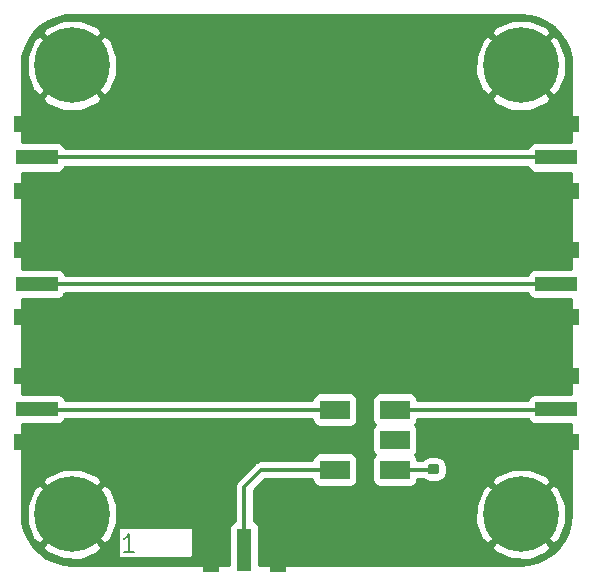
<source format=gtl>
G04 #@! TF.GenerationSoftware,KiCad,Pcbnew,(5.0.2)-1*
G04 #@! TF.CreationDate,2019-01-19T10:46:15+11:00*
G04 #@! TF.ProjectId,ADC-15-4_Dev_Rev_1,4144432d-3135-42d3-945f-4465765f5265,1*
G04 #@! TF.SameCoordinates,Original*
G04 #@! TF.FileFunction,Copper,L1,Top*
G04 #@! TF.FilePolarity,Positive*
%FSLAX46Y46*%
G04 Gerber Fmt 4.6, Leading zero omitted, Abs format (unit mm)*
G04 Created by KiCad (PCBNEW (5.0.2)-1) date 19/01/2019 10:46:15*
%MOMM*%
%LPD*%
G01*
G04 APERTURE LIST*
%ADD10C,0.200000*%
G04 #@! TA.AperFunction,SMDPad,CuDef*
%ADD11R,2.540000X1.650000*%
G04 #@! TD*
G04 #@! TA.AperFunction,SMDPad,CuDef*
%ADD12R,4.200000X1.350000*%
G04 #@! TD*
G04 #@! TA.AperFunction,SMDPad,CuDef*
%ADD13R,3.600000X1.270000*%
G04 #@! TD*
G04 #@! TA.AperFunction,SMDPad,CuDef*
%ADD14R,1.350000X4.200000*%
G04 #@! TD*
G04 #@! TA.AperFunction,SMDPad,CuDef*
%ADD15R,1.270000X3.600000*%
G04 #@! TD*
G04 #@! TA.AperFunction,Conductor*
%ADD16C,0.100000*%
G04 #@! TD*
G04 #@! TA.AperFunction,SMDPad,CuDef*
%ADD17C,0.875000*%
G04 #@! TD*
G04 #@! TA.AperFunction,ComponentPad*
%ADD18C,0.800000*%
G04 #@! TD*
G04 #@! TA.AperFunction,ComponentPad*
%ADD19C,6.400000*%
G04 #@! TD*
G04 #@! TA.AperFunction,ViaPad*
%ADD20C,0.600000*%
G04 #@! TD*
G04 #@! TA.AperFunction,Conductor*
%ADD21C,0.850000*%
G04 #@! TD*
G04 #@! TA.AperFunction,Conductor*
%ADD22C,0.310000*%
G04 #@! TD*
G04 #@! TA.AperFunction,Conductor*
%ADD23C,0.930000*%
G04 #@! TD*
G04 #@! TA.AperFunction,Conductor*
%ADD24C,0.254000*%
G04 #@! TD*
G04 APERTURE END LIST*
G04 #@! TO.C,REF\002A\002A*
D10*
X207228571Y-101178571D02*
X206371428Y-101178571D01*
X206800000Y-101178571D02*
X206800000Y-99678571D01*
X206657142Y-99892857D01*
X206514285Y-100035714D01*
X206371428Y-100107142D01*
G04 #@! TD*
D11*
G04 #@! TO.P,FL1,6*
G04 #@! TO.N,Net-(FL1-Pad6)*
X229342778Y-89151010D03*
G04 #@! TO.P,FL1,1*
G04 #@! TO.N,Net-(FL1-Pad1)*
X224262778Y-89151010D03*
G04 #@! TO.P,FL1,5*
G04 #@! TO.N,Net-(FL1-Pad5)*
X229342778Y-91691010D03*
G04 #@! TO.P,FL1,2*
G04 #@! TO.N,GND*
X224262778Y-91691010D03*
G04 #@! TO.P,FL1,4*
G04 #@! TO.N,Net-(FL1-Pad4)*
X229342778Y-94231010D03*
G04 #@! TO.P,FL1,3*
G04 #@! TO.N,Net-(FL1-Pad3)*
X224262778Y-94231010D03*
G04 #@! TD*
D12*
G04 #@! TO.P,J1,2*
G04 #@! TO.N,GND*
X199200000Y-86275000D03*
X199200000Y-91925000D03*
D13*
G04 #@! TO.P,J1,1*
G04 #@! TO.N,Net-(FL1-Pad1)*
X199000000Y-89100000D03*
G04 #@! TD*
D12*
G04 #@! TO.P,J2,2*
G04 #@! TO.N,GND*
X199200000Y-64975000D03*
X199200000Y-70625000D03*
D13*
G04 #@! TO.P,J2,1*
G04 #@! TO.N,Net-(J2-Pad1)*
X199000000Y-67800000D03*
G04 #@! TD*
D14*
G04 #@! TO.P,J3,2*
G04 #@! TO.N,GND*
X213775000Y-100800000D03*
X219425000Y-100800000D03*
D15*
G04 #@! TO.P,J3,1*
G04 #@! TO.N,Net-(FL1-Pad3)*
X216600000Y-101000000D03*
G04 #@! TD*
D12*
G04 #@! TO.P,J4,2*
G04 #@! TO.N,GND*
X242800000Y-70625000D03*
X242800000Y-64975000D03*
D13*
G04 #@! TO.P,J4,1*
G04 #@! TO.N,Net-(J2-Pad1)*
X243000000Y-67800000D03*
G04 #@! TD*
D12*
G04 #@! TO.P,J5,2*
G04 #@! TO.N,GND*
X242800000Y-91925000D03*
X242800000Y-86275000D03*
D13*
G04 #@! TO.P,J5,1*
G04 #@! TO.N,Net-(FL1-Pad6)*
X243000000Y-89100000D03*
G04 #@! TD*
D16*
G04 #@! TO.N,GND*
G04 #@! TO.C,R1*
G36*
X232877691Y-92176053D02*
X232898926Y-92179203D01*
X232919750Y-92184419D01*
X232939962Y-92191651D01*
X232959368Y-92200830D01*
X232977781Y-92211866D01*
X232995024Y-92224654D01*
X233010930Y-92239070D01*
X233025346Y-92254976D01*
X233038134Y-92272219D01*
X233049170Y-92290632D01*
X233058349Y-92310038D01*
X233065581Y-92330250D01*
X233070797Y-92351074D01*
X233073947Y-92372309D01*
X233075000Y-92393750D01*
X233075000Y-92831250D01*
X233073947Y-92852691D01*
X233070797Y-92873926D01*
X233065581Y-92894750D01*
X233058349Y-92914962D01*
X233049170Y-92934368D01*
X233038134Y-92952781D01*
X233025346Y-92970024D01*
X233010930Y-92985930D01*
X232995024Y-93000346D01*
X232977781Y-93013134D01*
X232959368Y-93024170D01*
X232939962Y-93033349D01*
X232919750Y-93040581D01*
X232898926Y-93045797D01*
X232877691Y-93048947D01*
X232856250Y-93050000D01*
X232343750Y-93050000D01*
X232322309Y-93048947D01*
X232301074Y-93045797D01*
X232280250Y-93040581D01*
X232260038Y-93033349D01*
X232240632Y-93024170D01*
X232222219Y-93013134D01*
X232204976Y-93000346D01*
X232189070Y-92985930D01*
X232174654Y-92970024D01*
X232161866Y-92952781D01*
X232150830Y-92934368D01*
X232141651Y-92914962D01*
X232134419Y-92894750D01*
X232129203Y-92873926D01*
X232126053Y-92852691D01*
X232125000Y-92831250D01*
X232125000Y-92393750D01*
X232126053Y-92372309D01*
X232129203Y-92351074D01*
X232134419Y-92330250D01*
X232141651Y-92310038D01*
X232150830Y-92290632D01*
X232161866Y-92272219D01*
X232174654Y-92254976D01*
X232189070Y-92239070D01*
X232204976Y-92224654D01*
X232222219Y-92211866D01*
X232240632Y-92200830D01*
X232260038Y-92191651D01*
X232280250Y-92184419D01*
X232301074Y-92179203D01*
X232322309Y-92176053D01*
X232343750Y-92175000D01*
X232856250Y-92175000D01*
X232877691Y-92176053D01*
X232877691Y-92176053D01*
G37*
D17*
G04 #@! TD*
G04 #@! TO.P,R1,2*
G04 #@! TO.N,GND*
X232600000Y-92612500D03*
D16*
G04 #@! TO.N,Net-(FL1-Pad4)*
G04 #@! TO.C,R1*
G36*
X232877691Y-93751053D02*
X232898926Y-93754203D01*
X232919750Y-93759419D01*
X232939962Y-93766651D01*
X232959368Y-93775830D01*
X232977781Y-93786866D01*
X232995024Y-93799654D01*
X233010930Y-93814070D01*
X233025346Y-93829976D01*
X233038134Y-93847219D01*
X233049170Y-93865632D01*
X233058349Y-93885038D01*
X233065581Y-93905250D01*
X233070797Y-93926074D01*
X233073947Y-93947309D01*
X233075000Y-93968750D01*
X233075000Y-94406250D01*
X233073947Y-94427691D01*
X233070797Y-94448926D01*
X233065581Y-94469750D01*
X233058349Y-94489962D01*
X233049170Y-94509368D01*
X233038134Y-94527781D01*
X233025346Y-94545024D01*
X233010930Y-94560930D01*
X232995024Y-94575346D01*
X232977781Y-94588134D01*
X232959368Y-94599170D01*
X232939962Y-94608349D01*
X232919750Y-94615581D01*
X232898926Y-94620797D01*
X232877691Y-94623947D01*
X232856250Y-94625000D01*
X232343750Y-94625000D01*
X232322309Y-94623947D01*
X232301074Y-94620797D01*
X232280250Y-94615581D01*
X232260038Y-94608349D01*
X232240632Y-94599170D01*
X232222219Y-94588134D01*
X232204976Y-94575346D01*
X232189070Y-94560930D01*
X232174654Y-94545024D01*
X232161866Y-94527781D01*
X232150830Y-94509368D01*
X232141651Y-94489962D01*
X232134419Y-94469750D01*
X232129203Y-94448926D01*
X232126053Y-94427691D01*
X232125000Y-94406250D01*
X232125000Y-93968750D01*
X232126053Y-93947309D01*
X232129203Y-93926074D01*
X232134419Y-93905250D01*
X232141651Y-93885038D01*
X232150830Y-93865632D01*
X232161866Y-93847219D01*
X232174654Y-93829976D01*
X232189070Y-93814070D01*
X232204976Y-93799654D01*
X232222219Y-93786866D01*
X232240632Y-93775830D01*
X232260038Y-93766651D01*
X232280250Y-93759419D01*
X232301074Y-93754203D01*
X232322309Y-93751053D01*
X232343750Y-93750000D01*
X232856250Y-93750000D01*
X232877691Y-93751053D01*
X232877691Y-93751053D01*
G37*
D17*
G04 #@! TD*
G04 #@! TO.P,R1,1*
G04 #@! TO.N,Net-(FL1-Pad4)*
X232600000Y-94187500D03*
D18*
G04 #@! TO.P,H1,1*
G04 #@! TO.N,GND*
X203697056Y-96302944D03*
X202000000Y-95600000D03*
X200302944Y-96302944D03*
X199600000Y-98000000D03*
X200302944Y-99697056D03*
X202000000Y-100400000D03*
X203697056Y-99697056D03*
X204400000Y-98000000D03*
D19*
X202000000Y-98000000D03*
G04 #@! TD*
D18*
G04 #@! TO.P,H2,1*
G04 #@! TO.N,GND*
X241697056Y-96302944D03*
X240000000Y-95600000D03*
X238302944Y-96302944D03*
X237600000Y-98000000D03*
X238302944Y-99697056D03*
X240000000Y-100400000D03*
X241697056Y-99697056D03*
X242400000Y-98000000D03*
D19*
X240000000Y-98000000D03*
G04 #@! TD*
G04 #@! TO.P,H3,1*
G04 #@! TO.N,GND*
X240000000Y-60000000D03*
D18*
X242400000Y-60000000D03*
X241697056Y-61697056D03*
X240000000Y-62400000D03*
X238302944Y-61697056D03*
X237600000Y-60000000D03*
X238302944Y-58302944D03*
X240000000Y-57600000D03*
X241697056Y-58302944D03*
G04 #@! TD*
D19*
G04 #@! TO.P,H4,1*
G04 #@! TO.N,GND*
X202000000Y-60000000D03*
D18*
X204400000Y-60000000D03*
X203697056Y-61697056D03*
X202000000Y-62400000D03*
X200302944Y-61697056D03*
X199600000Y-60000000D03*
X200302944Y-58302944D03*
X202000000Y-57600000D03*
X203697056Y-58302944D03*
G04 #@! TD*
D13*
G04 #@! TO.P,J6,1*
G04 #@! TO.N,Net-(J6-Pad1)*
X199000000Y-78500000D03*
D12*
G04 #@! TO.P,J6,2*
G04 #@! TO.N,GND*
X199200000Y-81325000D03*
X199200000Y-75675000D03*
G04 #@! TD*
G04 #@! TO.P,J7,2*
G04 #@! TO.N,GND*
X242800000Y-81325000D03*
X242800000Y-75675000D03*
D13*
G04 #@! TO.P,J7,1*
G04 #@! TO.N,Net-(J6-Pad1)*
X243000000Y-78500000D03*
G04 #@! TD*
D20*
G04 #@! TO.N,GND*
X197400000Y-64600000D03*
X197400000Y-71000000D03*
X244600000Y-71000000D03*
X244600000Y-64600000D03*
X243800000Y-85900000D03*
X243100000Y-85900000D03*
X242400000Y-85900000D03*
X241700000Y-85900000D03*
X241000000Y-85900000D03*
X242400000Y-92300000D03*
X243100000Y-92300000D03*
X241700000Y-92300000D03*
X243800000Y-92300000D03*
X241000000Y-92300000D03*
X213422534Y-101793721D03*
X213422534Y-100393721D03*
X213422534Y-98993721D03*
X213422534Y-101093721D03*
X213422534Y-99693721D03*
X219845068Y-101787442D03*
X219845068Y-101087442D03*
X219845068Y-100387442D03*
X219845068Y-99687442D03*
X219845068Y-98987442D03*
X198800000Y-85900000D03*
X199500000Y-85900000D03*
X198100000Y-85900000D03*
X200200000Y-85900000D03*
X197400000Y-85900000D03*
X198100000Y-92300000D03*
X199500000Y-92300000D03*
X197400000Y-92300000D03*
X200200000Y-92300000D03*
X198800000Y-92300000D03*
X226900000Y-91600000D03*
X226900000Y-90100000D03*
X226900000Y-88600000D03*
X226900000Y-93100000D03*
X226900000Y-94600000D03*
X219700000Y-93100000D03*
X216100000Y-94700000D03*
X216600000Y-94200000D03*
X217100000Y-93700000D03*
X217600000Y-93200000D03*
X219000000Y-93100000D03*
X220400000Y-93100000D03*
X221100000Y-93100000D03*
X221800000Y-93100000D03*
X218300000Y-93100000D03*
X244600000Y-75300000D03*
X242500000Y-75300000D03*
X243200000Y-75300000D03*
X243900000Y-75300000D03*
X241800000Y-75300000D03*
X241800000Y-81700000D03*
X244600000Y-81700000D03*
X243900000Y-81700000D03*
X243200000Y-81700000D03*
X242500000Y-81700000D03*
X197400000Y-81700000D03*
X200200000Y-81700000D03*
X199500000Y-81700000D03*
X198800000Y-81700000D03*
X198100000Y-81700000D03*
X197400000Y-75300000D03*
X198800000Y-75300000D03*
X198100000Y-75300000D03*
X199500000Y-75300000D03*
X200200000Y-75300000D03*
X200900000Y-75300000D03*
X200900000Y-85900000D03*
X200900000Y-92300000D03*
X219845068Y-102500000D03*
X213422534Y-102500000D03*
X200900000Y-81700000D03*
X241100000Y-75300000D03*
X241100000Y-81700000D03*
X241100000Y-64600000D03*
X200900000Y-71000000D03*
X241100000Y-71000000D03*
X200900000Y-64600000D03*
X200200000Y-71000000D03*
X243900000Y-64600000D03*
X242500000Y-64600000D03*
X200200000Y-64600000D03*
X198100000Y-71000000D03*
X241800000Y-71000000D03*
X243900000Y-71000000D03*
X199500000Y-64600000D03*
X243200000Y-64600000D03*
X243200000Y-71000000D03*
X198100000Y-64600000D03*
X242500000Y-71000000D03*
X199500000Y-71000000D03*
X198800000Y-64600000D03*
X198800000Y-71000000D03*
X241800000Y-64600000D03*
X201600000Y-66800000D03*
X203000000Y-66800000D03*
X202300000Y-66800000D03*
X203700000Y-66800000D03*
X204400000Y-66800000D03*
X205100000Y-66800000D03*
X209300000Y-66800000D03*
X208600000Y-66800000D03*
X206500000Y-66800000D03*
X205800000Y-66800000D03*
X207900000Y-66800000D03*
X207200000Y-66800000D03*
X211400000Y-66800000D03*
X210700000Y-66800000D03*
X210000000Y-66800000D03*
X213500000Y-66800000D03*
X212800000Y-66800000D03*
X212100000Y-66800000D03*
X217000000Y-66800000D03*
X221900000Y-66800000D03*
X219100000Y-66800000D03*
X224000000Y-66800000D03*
X216300000Y-66800000D03*
X214200000Y-66800000D03*
X218400000Y-66800000D03*
X224700000Y-66800000D03*
X225400000Y-66800000D03*
X223300000Y-66800000D03*
X217700000Y-66800000D03*
X221200000Y-66800000D03*
X215600000Y-66800000D03*
X214900000Y-66800000D03*
X220500000Y-66800000D03*
X219800000Y-66800000D03*
X222600000Y-66800000D03*
X231700000Y-66800000D03*
X236600000Y-66800000D03*
X226800000Y-66800000D03*
X228900000Y-66800000D03*
X233800000Y-66800000D03*
X227500000Y-66800000D03*
X233100000Y-66800000D03*
X230300000Y-66800000D03*
X226100000Y-66800000D03*
X232400000Y-66800000D03*
X234500000Y-66800000D03*
X229600000Y-66800000D03*
X237300000Y-66800000D03*
X235900000Y-66800000D03*
X235200000Y-66800000D03*
X228200000Y-66800000D03*
X231000000Y-66800000D03*
X239400000Y-66800000D03*
X238700000Y-66800000D03*
X238000000Y-66800000D03*
X240100000Y-66800000D03*
X229600000Y-68800000D03*
X235900000Y-68800000D03*
X235200000Y-68800000D03*
X228200000Y-68800000D03*
X231000000Y-68800000D03*
X237300000Y-68800000D03*
X233100000Y-68800000D03*
X227500000Y-68800000D03*
X230300000Y-68800000D03*
X232400000Y-68800000D03*
X234500000Y-68800000D03*
X236600000Y-68800000D03*
X233800000Y-68800000D03*
X226100000Y-68800000D03*
X228900000Y-68800000D03*
X231700000Y-68800000D03*
X226800000Y-68800000D03*
X219800000Y-68800000D03*
X205100000Y-68800000D03*
X210000000Y-68800000D03*
X224700000Y-68800000D03*
X207200000Y-68800000D03*
X214900000Y-68800000D03*
X212100000Y-68800000D03*
X204400000Y-68800000D03*
X202300000Y-68800000D03*
X206500000Y-68800000D03*
X212800000Y-68800000D03*
X217000000Y-68800000D03*
X221900000Y-68800000D03*
X215600000Y-68800000D03*
X221200000Y-68800000D03*
X218400000Y-68800000D03*
X238700000Y-68800000D03*
X238000000Y-68800000D03*
X214200000Y-68800000D03*
X220500000Y-68800000D03*
X222600000Y-68800000D03*
X240100000Y-68800000D03*
X213500000Y-68800000D03*
X217700000Y-68800000D03*
X225400000Y-68800000D03*
X224000000Y-68800000D03*
X211400000Y-68800000D03*
X239400000Y-68800000D03*
X205800000Y-68800000D03*
X223300000Y-68800000D03*
X209300000Y-68800000D03*
X216300000Y-68800000D03*
X219100000Y-68800000D03*
X203700000Y-68800000D03*
X203000000Y-68800000D03*
X208600000Y-68800000D03*
X207900000Y-68800000D03*
X210700000Y-68800000D03*
X235800000Y-77400000D03*
X237200000Y-77400000D03*
X230200000Y-77400000D03*
X228100000Y-77400000D03*
X230900000Y-77400000D03*
X229500000Y-77400000D03*
X227400000Y-77400000D03*
X232300000Y-77400000D03*
X236500000Y-77400000D03*
X233700000Y-77400000D03*
X234400000Y-77400000D03*
X226000000Y-77400000D03*
X228800000Y-77400000D03*
X231600000Y-77400000D03*
X219700000Y-77400000D03*
X233000000Y-77400000D03*
X235100000Y-77400000D03*
X205000000Y-77400000D03*
X209900000Y-77400000D03*
X224600000Y-77400000D03*
X207100000Y-77400000D03*
X226700000Y-77400000D03*
X216900000Y-77400000D03*
X214800000Y-77400000D03*
X212000000Y-77400000D03*
X202200000Y-77400000D03*
X204300000Y-77400000D03*
X212700000Y-77400000D03*
X221800000Y-77400000D03*
X215500000Y-77400000D03*
X218300000Y-77400000D03*
X206400000Y-77400000D03*
X238600000Y-77400000D03*
X237900000Y-77400000D03*
X214100000Y-77400000D03*
X220400000Y-77400000D03*
X221100000Y-77400000D03*
X222500000Y-77400000D03*
X240000000Y-77400000D03*
X211300000Y-77400000D03*
X205700000Y-77400000D03*
X223200000Y-77400000D03*
X216200000Y-77400000D03*
X219000000Y-77400000D03*
X203600000Y-77400000D03*
X213400000Y-77400000D03*
X209200000Y-77400000D03*
X217600000Y-77400000D03*
X225300000Y-77400000D03*
X223900000Y-77400000D03*
X239300000Y-77400000D03*
X210600000Y-77400000D03*
X207800000Y-77400000D03*
X202900000Y-77400000D03*
X208500000Y-77400000D03*
X222500000Y-79500000D03*
X212700000Y-79500000D03*
X206400000Y-79500000D03*
X224600000Y-79500000D03*
X217600000Y-79500000D03*
X218300000Y-79500000D03*
X214800000Y-79500000D03*
X210600000Y-79500000D03*
X208500000Y-79500000D03*
X212000000Y-79500000D03*
X239300000Y-79500000D03*
X214100000Y-79500000D03*
X209900000Y-79500000D03*
X238600000Y-79500000D03*
X216900000Y-79500000D03*
X202900000Y-79500000D03*
X240000000Y-79500000D03*
X207100000Y-79500000D03*
X225300000Y-79500000D03*
X220400000Y-79500000D03*
X205700000Y-79500000D03*
X237900000Y-79500000D03*
X202200000Y-79500000D03*
X215500000Y-79500000D03*
X216200000Y-79500000D03*
X223900000Y-79500000D03*
X226700000Y-79500000D03*
X213400000Y-79500000D03*
X209200000Y-79500000D03*
X219000000Y-79500000D03*
X207800000Y-79500000D03*
X211300000Y-79500000D03*
X203600000Y-79500000D03*
X221100000Y-79500000D03*
X204300000Y-79500000D03*
X221800000Y-79500000D03*
X223200000Y-79500000D03*
X205000000Y-79500000D03*
X219700000Y-79500000D03*
X233000000Y-79500000D03*
X235100000Y-79500000D03*
X234400000Y-79500000D03*
X226000000Y-79500000D03*
X228800000Y-79500000D03*
X231600000Y-79500000D03*
X229500000Y-79500000D03*
X228100000Y-79500000D03*
X232300000Y-79500000D03*
X236500000Y-79500000D03*
X230900000Y-79500000D03*
X237200000Y-79500000D03*
X233700000Y-79500000D03*
X230200000Y-79500000D03*
X235800000Y-79500000D03*
X227400000Y-79500000D03*
X205900000Y-88100000D03*
X215000000Y-88100000D03*
X207300000Y-88100000D03*
X210800000Y-88100000D03*
X204500000Y-88100000D03*
X216400000Y-88100000D03*
X202400000Y-88100000D03*
X220600000Y-88100000D03*
X238100000Y-88100000D03*
X203100000Y-88100000D03*
X232500000Y-88100000D03*
X222000000Y-88100000D03*
X205200000Y-88100000D03*
X215700000Y-88100000D03*
X231800000Y-88100000D03*
X213600000Y-88100000D03*
X209400000Y-88100000D03*
X233200000Y-88100000D03*
X217100000Y-88100000D03*
X208000000Y-88100000D03*
X236000000Y-88100000D03*
X203800000Y-88100000D03*
X208700000Y-88100000D03*
X239500000Y-88100000D03*
X214300000Y-88100000D03*
X212900000Y-88100000D03*
X212200000Y-88100000D03*
X210100000Y-88100000D03*
X218500000Y-88100000D03*
X233900000Y-88100000D03*
X219200000Y-88100000D03*
X219900000Y-88100000D03*
X237400000Y-88100000D03*
X211500000Y-88100000D03*
X236700000Y-88100000D03*
X235300000Y-88100000D03*
X217800000Y-88100000D03*
X201700000Y-88100000D03*
X206600000Y-88100000D03*
X221300000Y-88100000D03*
X234600000Y-88100000D03*
X238800000Y-88100000D03*
X201600000Y-68800000D03*
X201500000Y-79500000D03*
X201500000Y-77400000D03*
X240200000Y-88100000D03*
X233200000Y-90200000D03*
X236000000Y-90200000D03*
X234600000Y-90200000D03*
X236700000Y-90200000D03*
X239500000Y-90200000D03*
X238800000Y-90200000D03*
X233900000Y-90200000D03*
X235300000Y-90200000D03*
X237400000Y-90200000D03*
X232500000Y-90200000D03*
X231800000Y-90200000D03*
X238100000Y-90200000D03*
X240200000Y-90200000D03*
X217200000Y-90200000D03*
X220700000Y-90200000D03*
X217900000Y-90200000D03*
X220000000Y-90200000D03*
X215100000Y-90200000D03*
X215800000Y-90200000D03*
X221400000Y-90200000D03*
X218600000Y-90200000D03*
X219300000Y-90200000D03*
X213700000Y-90200000D03*
X216500000Y-90200000D03*
X222100000Y-90200000D03*
X214400000Y-90200000D03*
X205300000Y-90200000D03*
X204600000Y-90200000D03*
X207400000Y-90200000D03*
X209500000Y-90200000D03*
X210200000Y-90200000D03*
X210900000Y-90200000D03*
X208800000Y-90200000D03*
X208100000Y-90200000D03*
X206700000Y-90200000D03*
X212300000Y-90200000D03*
X211600000Y-90200000D03*
X206000000Y-90200000D03*
X213000000Y-90200000D03*
X203900000Y-90200000D03*
X201800000Y-90200000D03*
X203200000Y-90200000D03*
X202500000Y-90200000D03*
X215600000Y-95200000D03*
X215600000Y-95900000D03*
X215600000Y-97300000D03*
X215600000Y-98000000D03*
X215600000Y-96600000D03*
X218100000Y-95700000D03*
X218600000Y-95200000D03*
X217600000Y-96900000D03*
X217600000Y-97600000D03*
X217600000Y-98300000D03*
X217600000Y-96200000D03*
X220700000Y-95200000D03*
X220000000Y-95200000D03*
X221400000Y-95200000D03*
X219300000Y-95200000D03*
X222100000Y-95200000D03*
X244500000Y-85900000D03*
X244500000Y-92300000D03*
G04 #@! TD*
D21*
G04 #@! TO.N,Net-(FL1-Pad6)*
X229393788Y-89100000D02*
X229342778Y-89151010D01*
D22*
X242948990Y-89151010D02*
X243000000Y-89100000D01*
X229342778Y-89151010D02*
X242948990Y-89151010D01*
D23*
G04 #@! TO.N,Net-(FL1-Pad1)*
X224211768Y-89100000D02*
X224262778Y-89151010D01*
D22*
X199051010Y-89151010D02*
X199000000Y-89100000D01*
X224262778Y-89151010D02*
X199051010Y-89151010D01*
D23*
G04 #@! TO.N,Net-(FL1-Pad4)*
X229373788Y-94200000D02*
X229342778Y-94231010D01*
D22*
X232556490Y-94231010D02*
X232600000Y-94187500D01*
X229342778Y-94231010D02*
X232556490Y-94231010D01*
G04 #@! TO.N,Net-(FL1-Pad3)*
X216600000Y-95662020D02*
X216600000Y-101000000D01*
X224262778Y-94231010D02*
X218031010Y-94231010D01*
X218031010Y-94231010D02*
X216600000Y-95662020D01*
G04 #@! TO.N,Net-(J2-Pad1)*
X199000000Y-67800000D02*
X243000000Y-67800000D01*
G04 #@! TO.N,Net-(J6-Pad1)*
X199000000Y-78500000D02*
X243100000Y-78500000D01*
G04 #@! TD*
D24*
G04 #@! TO.N,GND*
G36*
X240609380Y-79379643D02*
X240747959Y-79587041D01*
X240955357Y-79725620D01*
X241200000Y-79774283D01*
X244273001Y-79774283D01*
X244273001Y-87825717D01*
X241200000Y-87825717D01*
X240955357Y-87874380D01*
X240747959Y-88012959D01*
X240609380Y-88220357D01*
X240579811Y-88369010D01*
X231252061Y-88369010D01*
X231252061Y-88326010D01*
X231203398Y-88081367D01*
X231064819Y-87873969D01*
X230857421Y-87735390D01*
X230612778Y-87686727D01*
X228072778Y-87686727D01*
X227828135Y-87735390D01*
X227620737Y-87873969D01*
X227482158Y-88081367D01*
X227433495Y-88326010D01*
X227433495Y-89976010D01*
X227482158Y-90220653D01*
X227616032Y-90421010D01*
X227482158Y-90621367D01*
X227433495Y-90866010D01*
X227433495Y-92516010D01*
X227482158Y-92760653D01*
X227616032Y-92961010D01*
X227482158Y-93161367D01*
X227433495Y-93406010D01*
X227433495Y-95056010D01*
X227482158Y-95300653D01*
X227620737Y-95508051D01*
X227828135Y-95646630D01*
X228072778Y-95695293D01*
X230612778Y-95695293D01*
X230857421Y-95646630D01*
X231064819Y-95508051D01*
X231203398Y-95300653D01*
X231252061Y-95056010D01*
X231252061Y-95013010D01*
X231737087Y-95013010D01*
X232015395Y-95198969D01*
X232343750Y-95264283D01*
X232856250Y-95264283D01*
X232882356Y-95259090D01*
X237438695Y-95259090D01*
X240000000Y-97820395D01*
X242561305Y-95259090D01*
X242194360Y-94763657D01*
X240788829Y-94170264D01*
X239263207Y-94159913D01*
X237849754Y-94734181D01*
X237805640Y-94763657D01*
X237438695Y-95259090D01*
X232882356Y-95259090D01*
X233184605Y-95198969D01*
X233462971Y-95012971D01*
X233648969Y-94734605D01*
X233714283Y-94406250D01*
X233714283Y-93968750D01*
X233648969Y-93640395D01*
X233462971Y-93362029D01*
X233184605Y-93176031D01*
X232856250Y-93110717D01*
X232343750Y-93110717D01*
X232015395Y-93176031D01*
X231737029Y-93362029D01*
X231678910Y-93449010D01*
X231252061Y-93449010D01*
X231252061Y-93406010D01*
X231203398Y-93161367D01*
X231069524Y-92961010D01*
X231203398Y-92760653D01*
X231252061Y-92516010D01*
X231252061Y-90866010D01*
X231203398Y-90621367D01*
X231069524Y-90421010D01*
X231203398Y-90220653D01*
X231252061Y-89976010D01*
X231252061Y-89933010D01*
X240600104Y-89933010D01*
X240609380Y-89979643D01*
X240747959Y-90187041D01*
X240955357Y-90325620D01*
X241200000Y-90374283D01*
X244273001Y-90374283D01*
X244273001Y-97967610D01*
X244202623Y-98756175D01*
X244002298Y-99488439D01*
X243675464Y-100173662D01*
X243232451Y-100790178D01*
X242687264Y-101318502D01*
X242057142Y-101741926D01*
X241361994Y-102047075D01*
X240618200Y-102225645D01*
X239973337Y-102273000D01*
X217874283Y-102273000D01*
X217874283Y-100740910D01*
X237438695Y-100740910D01*
X237805640Y-101236343D01*
X239211171Y-101829736D01*
X240736793Y-101840087D01*
X242150246Y-101265819D01*
X242194360Y-101236343D01*
X242561305Y-100740910D01*
X240000000Y-98179605D01*
X237438695Y-100740910D01*
X217874283Y-100740910D01*
X217874283Y-99200000D01*
X217825620Y-98955357D01*
X217687041Y-98747959D01*
X217670330Y-98736793D01*
X236159913Y-98736793D01*
X236734181Y-100150246D01*
X236763657Y-100194360D01*
X237259090Y-100561305D01*
X239820395Y-98000000D01*
X240179605Y-98000000D01*
X242740910Y-100561305D01*
X243236343Y-100194360D01*
X243829736Y-98788829D01*
X243840087Y-97263207D01*
X243265819Y-95849754D01*
X243236343Y-95805640D01*
X242740910Y-95438695D01*
X240179605Y-98000000D01*
X239820395Y-98000000D01*
X237259090Y-95438695D01*
X236763657Y-95805640D01*
X236170264Y-97211171D01*
X236159913Y-98736793D01*
X217670330Y-98736793D01*
X217479643Y-98609380D01*
X217382000Y-98589957D01*
X217382000Y-95985934D01*
X218354925Y-95013010D01*
X222353495Y-95013010D01*
X222353495Y-95056010D01*
X222402158Y-95300653D01*
X222540737Y-95508051D01*
X222748135Y-95646630D01*
X222992778Y-95695293D01*
X225532778Y-95695293D01*
X225777421Y-95646630D01*
X225984819Y-95508051D01*
X226123398Y-95300653D01*
X226172061Y-95056010D01*
X226172061Y-93406010D01*
X226123398Y-93161367D01*
X225984819Y-92953969D01*
X225777421Y-92815390D01*
X225532778Y-92766727D01*
X222992778Y-92766727D01*
X222748135Y-92815390D01*
X222540737Y-92953969D01*
X222402158Y-93161367D01*
X222353495Y-93406010D01*
X222353495Y-93449010D01*
X218108024Y-93449010D01*
X218031010Y-93433691D01*
X217953996Y-93449010D01*
X217953991Y-93449010D01*
X217725889Y-93494382D01*
X217636379Y-93554191D01*
X217532513Y-93623592D01*
X217532512Y-93623593D01*
X217467220Y-93667220D01*
X217423593Y-93732512D01*
X216101505Y-95054601D01*
X216036210Y-95098230D01*
X215863372Y-95356900D01*
X215818000Y-95585002D01*
X215818000Y-95585006D01*
X215802681Y-95662020D01*
X215818000Y-95739034D01*
X215818001Y-98589957D01*
X215720357Y-98609380D01*
X215512959Y-98747959D01*
X215374380Y-98955357D01*
X215325717Y-99200000D01*
X215325717Y-102273000D01*
X202032379Y-102273000D01*
X201243825Y-102202623D01*
X200511561Y-102002298D01*
X199826338Y-101675464D01*
X199209822Y-101232451D01*
X198733485Y-100740910D01*
X199438695Y-100740910D01*
X199805640Y-101236343D01*
X201211171Y-101829736D01*
X202736793Y-101840087D01*
X204150246Y-101265819D01*
X204194360Y-101236343D01*
X204561305Y-100740910D01*
X202000000Y-98179605D01*
X199438695Y-100740910D01*
X198733485Y-100740910D01*
X198681498Y-100687264D01*
X198258074Y-100057142D01*
X197952925Y-99361994D01*
X197802827Y-98736793D01*
X198159913Y-98736793D01*
X198734181Y-100150246D01*
X198763657Y-100194360D01*
X199259090Y-100561305D01*
X201820395Y-98000000D01*
X202179605Y-98000000D01*
X204740910Y-100561305D01*
X205236343Y-100194360D01*
X205656146Y-99200000D01*
X205873000Y-99200000D01*
X205873000Y-101550000D01*
X205882667Y-101598601D01*
X205910197Y-101639803D01*
X205951399Y-101667333D01*
X206000000Y-101677000D01*
X212100000Y-101677000D01*
X212148601Y-101667333D01*
X212189803Y-101639803D01*
X212217333Y-101598601D01*
X212227000Y-101550000D01*
X212227000Y-99200000D01*
X212217333Y-99151399D01*
X212189803Y-99110197D01*
X212148601Y-99082667D01*
X212100000Y-99073000D01*
X206000000Y-99073000D01*
X205951399Y-99082667D01*
X205910197Y-99110197D01*
X205882667Y-99151399D01*
X205873000Y-99200000D01*
X205656146Y-99200000D01*
X205829736Y-98788829D01*
X205840087Y-97263207D01*
X205265819Y-95849754D01*
X205236343Y-95805640D01*
X204740910Y-95438695D01*
X202179605Y-98000000D01*
X201820395Y-98000000D01*
X199259090Y-95438695D01*
X198763657Y-95805640D01*
X198170264Y-97211171D01*
X198159913Y-98736793D01*
X197802827Y-98736793D01*
X197774355Y-98618200D01*
X197727000Y-97973337D01*
X197727000Y-95259090D01*
X199438695Y-95259090D01*
X202000000Y-97820395D01*
X204561305Y-95259090D01*
X204194360Y-94763657D01*
X202788829Y-94170264D01*
X201263207Y-94159913D01*
X199849754Y-94734181D01*
X199805640Y-94763657D01*
X199438695Y-95259090D01*
X197727000Y-95259090D01*
X197727000Y-90374283D01*
X200800000Y-90374283D01*
X201044643Y-90325620D01*
X201252041Y-90187041D01*
X201390620Y-89979643D01*
X201399896Y-89933010D01*
X222353495Y-89933010D01*
X222353495Y-89976010D01*
X222402158Y-90220653D01*
X222540737Y-90428051D01*
X222748135Y-90566630D01*
X222992778Y-90615293D01*
X225532778Y-90615293D01*
X225777421Y-90566630D01*
X225984819Y-90428051D01*
X226123398Y-90220653D01*
X226172061Y-89976010D01*
X226172061Y-88326010D01*
X226123398Y-88081367D01*
X225984819Y-87873969D01*
X225777421Y-87735390D01*
X225532778Y-87686727D01*
X222992778Y-87686727D01*
X222748135Y-87735390D01*
X222540737Y-87873969D01*
X222402158Y-88081367D01*
X222353495Y-88326010D01*
X222353495Y-88369010D01*
X201420189Y-88369010D01*
X201390620Y-88220357D01*
X201252041Y-88012959D01*
X201044643Y-87874380D01*
X200800000Y-87825717D01*
X197727000Y-87825717D01*
X197727000Y-79774283D01*
X200800000Y-79774283D01*
X201044643Y-79725620D01*
X201252041Y-79587041D01*
X201390620Y-79379643D01*
X201410043Y-79282000D01*
X240589957Y-79282000D01*
X240609380Y-79379643D01*
X240609380Y-79379643D01*
G37*
X240609380Y-79379643D02*
X240747959Y-79587041D01*
X240955357Y-79725620D01*
X241200000Y-79774283D01*
X244273001Y-79774283D01*
X244273001Y-87825717D01*
X241200000Y-87825717D01*
X240955357Y-87874380D01*
X240747959Y-88012959D01*
X240609380Y-88220357D01*
X240579811Y-88369010D01*
X231252061Y-88369010D01*
X231252061Y-88326010D01*
X231203398Y-88081367D01*
X231064819Y-87873969D01*
X230857421Y-87735390D01*
X230612778Y-87686727D01*
X228072778Y-87686727D01*
X227828135Y-87735390D01*
X227620737Y-87873969D01*
X227482158Y-88081367D01*
X227433495Y-88326010D01*
X227433495Y-89976010D01*
X227482158Y-90220653D01*
X227616032Y-90421010D01*
X227482158Y-90621367D01*
X227433495Y-90866010D01*
X227433495Y-92516010D01*
X227482158Y-92760653D01*
X227616032Y-92961010D01*
X227482158Y-93161367D01*
X227433495Y-93406010D01*
X227433495Y-95056010D01*
X227482158Y-95300653D01*
X227620737Y-95508051D01*
X227828135Y-95646630D01*
X228072778Y-95695293D01*
X230612778Y-95695293D01*
X230857421Y-95646630D01*
X231064819Y-95508051D01*
X231203398Y-95300653D01*
X231252061Y-95056010D01*
X231252061Y-95013010D01*
X231737087Y-95013010D01*
X232015395Y-95198969D01*
X232343750Y-95264283D01*
X232856250Y-95264283D01*
X232882356Y-95259090D01*
X237438695Y-95259090D01*
X240000000Y-97820395D01*
X242561305Y-95259090D01*
X242194360Y-94763657D01*
X240788829Y-94170264D01*
X239263207Y-94159913D01*
X237849754Y-94734181D01*
X237805640Y-94763657D01*
X237438695Y-95259090D01*
X232882356Y-95259090D01*
X233184605Y-95198969D01*
X233462971Y-95012971D01*
X233648969Y-94734605D01*
X233714283Y-94406250D01*
X233714283Y-93968750D01*
X233648969Y-93640395D01*
X233462971Y-93362029D01*
X233184605Y-93176031D01*
X232856250Y-93110717D01*
X232343750Y-93110717D01*
X232015395Y-93176031D01*
X231737029Y-93362029D01*
X231678910Y-93449010D01*
X231252061Y-93449010D01*
X231252061Y-93406010D01*
X231203398Y-93161367D01*
X231069524Y-92961010D01*
X231203398Y-92760653D01*
X231252061Y-92516010D01*
X231252061Y-90866010D01*
X231203398Y-90621367D01*
X231069524Y-90421010D01*
X231203398Y-90220653D01*
X231252061Y-89976010D01*
X231252061Y-89933010D01*
X240600104Y-89933010D01*
X240609380Y-89979643D01*
X240747959Y-90187041D01*
X240955357Y-90325620D01*
X241200000Y-90374283D01*
X244273001Y-90374283D01*
X244273001Y-97967610D01*
X244202623Y-98756175D01*
X244002298Y-99488439D01*
X243675464Y-100173662D01*
X243232451Y-100790178D01*
X242687264Y-101318502D01*
X242057142Y-101741926D01*
X241361994Y-102047075D01*
X240618200Y-102225645D01*
X239973337Y-102273000D01*
X217874283Y-102273000D01*
X217874283Y-100740910D01*
X237438695Y-100740910D01*
X237805640Y-101236343D01*
X239211171Y-101829736D01*
X240736793Y-101840087D01*
X242150246Y-101265819D01*
X242194360Y-101236343D01*
X242561305Y-100740910D01*
X240000000Y-98179605D01*
X237438695Y-100740910D01*
X217874283Y-100740910D01*
X217874283Y-99200000D01*
X217825620Y-98955357D01*
X217687041Y-98747959D01*
X217670330Y-98736793D01*
X236159913Y-98736793D01*
X236734181Y-100150246D01*
X236763657Y-100194360D01*
X237259090Y-100561305D01*
X239820395Y-98000000D01*
X240179605Y-98000000D01*
X242740910Y-100561305D01*
X243236343Y-100194360D01*
X243829736Y-98788829D01*
X243840087Y-97263207D01*
X243265819Y-95849754D01*
X243236343Y-95805640D01*
X242740910Y-95438695D01*
X240179605Y-98000000D01*
X239820395Y-98000000D01*
X237259090Y-95438695D01*
X236763657Y-95805640D01*
X236170264Y-97211171D01*
X236159913Y-98736793D01*
X217670330Y-98736793D01*
X217479643Y-98609380D01*
X217382000Y-98589957D01*
X217382000Y-95985934D01*
X218354925Y-95013010D01*
X222353495Y-95013010D01*
X222353495Y-95056010D01*
X222402158Y-95300653D01*
X222540737Y-95508051D01*
X222748135Y-95646630D01*
X222992778Y-95695293D01*
X225532778Y-95695293D01*
X225777421Y-95646630D01*
X225984819Y-95508051D01*
X226123398Y-95300653D01*
X226172061Y-95056010D01*
X226172061Y-93406010D01*
X226123398Y-93161367D01*
X225984819Y-92953969D01*
X225777421Y-92815390D01*
X225532778Y-92766727D01*
X222992778Y-92766727D01*
X222748135Y-92815390D01*
X222540737Y-92953969D01*
X222402158Y-93161367D01*
X222353495Y-93406010D01*
X222353495Y-93449010D01*
X218108024Y-93449010D01*
X218031010Y-93433691D01*
X217953996Y-93449010D01*
X217953991Y-93449010D01*
X217725889Y-93494382D01*
X217636379Y-93554191D01*
X217532513Y-93623592D01*
X217532512Y-93623593D01*
X217467220Y-93667220D01*
X217423593Y-93732512D01*
X216101505Y-95054601D01*
X216036210Y-95098230D01*
X215863372Y-95356900D01*
X215818000Y-95585002D01*
X215818000Y-95585006D01*
X215802681Y-95662020D01*
X215818000Y-95739034D01*
X215818001Y-98589957D01*
X215720357Y-98609380D01*
X215512959Y-98747959D01*
X215374380Y-98955357D01*
X215325717Y-99200000D01*
X215325717Y-102273000D01*
X202032379Y-102273000D01*
X201243825Y-102202623D01*
X200511561Y-102002298D01*
X199826338Y-101675464D01*
X199209822Y-101232451D01*
X198733485Y-100740910D01*
X199438695Y-100740910D01*
X199805640Y-101236343D01*
X201211171Y-101829736D01*
X202736793Y-101840087D01*
X204150246Y-101265819D01*
X204194360Y-101236343D01*
X204561305Y-100740910D01*
X202000000Y-98179605D01*
X199438695Y-100740910D01*
X198733485Y-100740910D01*
X198681498Y-100687264D01*
X198258074Y-100057142D01*
X197952925Y-99361994D01*
X197802827Y-98736793D01*
X198159913Y-98736793D01*
X198734181Y-100150246D01*
X198763657Y-100194360D01*
X199259090Y-100561305D01*
X201820395Y-98000000D01*
X202179605Y-98000000D01*
X204740910Y-100561305D01*
X205236343Y-100194360D01*
X205656146Y-99200000D01*
X205873000Y-99200000D01*
X205873000Y-101550000D01*
X205882667Y-101598601D01*
X205910197Y-101639803D01*
X205951399Y-101667333D01*
X206000000Y-101677000D01*
X212100000Y-101677000D01*
X212148601Y-101667333D01*
X212189803Y-101639803D01*
X212217333Y-101598601D01*
X212227000Y-101550000D01*
X212227000Y-99200000D01*
X212217333Y-99151399D01*
X212189803Y-99110197D01*
X212148601Y-99082667D01*
X212100000Y-99073000D01*
X206000000Y-99073000D01*
X205951399Y-99082667D01*
X205910197Y-99110197D01*
X205882667Y-99151399D01*
X205873000Y-99200000D01*
X205656146Y-99200000D01*
X205829736Y-98788829D01*
X205840087Y-97263207D01*
X205265819Y-95849754D01*
X205236343Y-95805640D01*
X204740910Y-95438695D01*
X202179605Y-98000000D01*
X201820395Y-98000000D01*
X199259090Y-95438695D01*
X198763657Y-95805640D01*
X198170264Y-97211171D01*
X198159913Y-98736793D01*
X197802827Y-98736793D01*
X197774355Y-98618200D01*
X197727000Y-97973337D01*
X197727000Y-95259090D01*
X199438695Y-95259090D01*
X202000000Y-97820395D01*
X204561305Y-95259090D01*
X204194360Y-94763657D01*
X202788829Y-94170264D01*
X201263207Y-94159913D01*
X199849754Y-94734181D01*
X199805640Y-94763657D01*
X199438695Y-95259090D01*
X197727000Y-95259090D01*
X197727000Y-90374283D01*
X200800000Y-90374283D01*
X201044643Y-90325620D01*
X201252041Y-90187041D01*
X201390620Y-89979643D01*
X201399896Y-89933010D01*
X222353495Y-89933010D01*
X222353495Y-89976010D01*
X222402158Y-90220653D01*
X222540737Y-90428051D01*
X222748135Y-90566630D01*
X222992778Y-90615293D01*
X225532778Y-90615293D01*
X225777421Y-90566630D01*
X225984819Y-90428051D01*
X226123398Y-90220653D01*
X226172061Y-89976010D01*
X226172061Y-88326010D01*
X226123398Y-88081367D01*
X225984819Y-87873969D01*
X225777421Y-87735390D01*
X225532778Y-87686727D01*
X222992778Y-87686727D01*
X222748135Y-87735390D01*
X222540737Y-87873969D01*
X222402158Y-88081367D01*
X222353495Y-88326010D01*
X222353495Y-88369010D01*
X201420189Y-88369010D01*
X201390620Y-88220357D01*
X201252041Y-88012959D01*
X201044643Y-87874380D01*
X200800000Y-87825717D01*
X197727000Y-87825717D01*
X197727000Y-79774283D01*
X200800000Y-79774283D01*
X201044643Y-79725620D01*
X201252041Y-79587041D01*
X201390620Y-79379643D01*
X201410043Y-79282000D01*
X240589957Y-79282000D01*
X240609380Y-79379643D01*
G36*
X240609380Y-68679643D02*
X240747959Y-68887041D01*
X240955357Y-69025620D01*
X241200000Y-69074283D01*
X244273000Y-69074283D01*
X244273000Y-77225717D01*
X241200000Y-77225717D01*
X240955357Y-77274380D01*
X240747959Y-77412959D01*
X240609380Y-77620357D01*
X240589957Y-77718000D01*
X201410043Y-77718000D01*
X201390620Y-77620357D01*
X201252041Y-77412959D01*
X201044643Y-77274380D01*
X200800000Y-77225717D01*
X197727000Y-77225717D01*
X197727000Y-69074283D01*
X200800000Y-69074283D01*
X201044643Y-69025620D01*
X201252041Y-68887041D01*
X201390620Y-68679643D01*
X201410043Y-68582000D01*
X240589957Y-68582000D01*
X240609380Y-68679643D01*
X240609380Y-68679643D01*
G37*
X240609380Y-68679643D02*
X240747959Y-68887041D01*
X240955357Y-69025620D01*
X241200000Y-69074283D01*
X244273000Y-69074283D01*
X244273000Y-77225717D01*
X241200000Y-77225717D01*
X240955357Y-77274380D01*
X240747959Y-77412959D01*
X240609380Y-77620357D01*
X240589957Y-77718000D01*
X201410043Y-77718000D01*
X201390620Y-77620357D01*
X201252041Y-77412959D01*
X201044643Y-77274380D01*
X200800000Y-77225717D01*
X197727000Y-77225717D01*
X197727000Y-69074283D01*
X200800000Y-69074283D01*
X201044643Y-69025620D01*
X201252041Y-68887041D01*
X201390620Y-68679643D01*
X201410043Y-68582000D01*
X240589957Y-68582000D01*
X240609380Y-68679643D01*
G36*
X240756173Y-55797376D02*
X241488441Y-55997702D01*
X242173659Y-56324534D01*
X242790178Y-56767549D01*
X243318502Y-57312736D01*
X243741926Y-57942858D01*
X244047076Y-58638009D01*
X244225645Y-59381800D01*
X244273000Y-60026663D01*
X244273000Y-66525717D01*
X241200000Y-66525717D01*
X240955357Y-66574380D01*
X240747959Y-66712959D01*
X240609380Y-66920357D01*
X240589957Y-67018000D01*
X201410043Y-67018000D01*
X201390620Y-66920357D01*
X201252041Y-66712959D01*
X201044643Y-66574380D01*
X200800000Y-66525717D01*
X197727000Y-66525717D01*
X197727000Y-62740910D01*
X199438695Y-62740910D01*
X199805640Y-63236343D01*
X201211171Y-63829736D01*
X202736793Y-63840087D01*
X204150246Y-63265819D01*
X204194360Y-63236343D01*
X204561305Y-62740910D01*
X237438695Y-62740910D01*
X237805640Y-63236343D01*
X239211171Y-63829736D01*
X240736793Y-63840087D01*
X242150246Y-63265819D01*
X242194360Y-63236343D01*
X242561305Y-62740910D01*
X240000000Y-60179605D01*
X237438695Y-62740910D01*
X204561305Y-62740910D01*
X202000000Y-60179605D01*
X199438695Y-62740910D01*
X197727000Y-62740910D01*
X197727000Y-60736793D01*
X198159913Y-60736793D01*
X198734181Y-62150246D01*
X198763657Y-62194360D01*
X199259090Y-62561305D01*
X201820395Y-60000000D01*
X202179605Y-60000000D01*
X204740910Y-62561305D01*
X205236343Y-62194360D01*
X205829736Y-60788829D01*
X205830089Y-60736793D01*
X236159913Y-60736793D01*
X236734181Y-62150246D01*
X236763657Y-62194360D01*
X237259090Y-62561305D01*
X239820395Y-60000000D01*
X240179605Y-60000000D01*
X242740910Y-62561305D01*
X243236343Y-62194360D01*
X243829736Y-60788829D01*
X243840087Y-59263207D01*
X243265819Y-57849754D01*
X243236343Y-57805640D01*
X242740910Y-57438695D01*
X240179605Y-60000000D01*
X239820395Y-60000000D01*
X237259090Y-57438695D01*
X236763657Y-57805640D01*
X236170264Y-59211171D01*
X236159913Y-60736793D01*
X205830089Y-60736793D01*
X205840087Y-59263207D01*
X205265819Y-57849754D01*
X205236343Y-57805640D01*
X204740910Y-57438695D01*
X202179605Y-60000000D01*
X201820395Y-60000000D01*
X199259090Y-57438695D01*
X198763657Y-57805640D01*
X198170264Y-59211171D01*
X198159913Y-60736793D01*
X197727000Y-60736793D01*
X197727000Y-60032379D01*
X197797376Y-59243827D01*
X197997702Y-58511559D01*
X198324534Y-57826341D01*
X198732146Y-57259090D01*
X199438695Y-57259090D01*
X202000000Y-59820395D01*
X204561305Y-57259090D01*
X237438695Y-57259090D01*
X240000000Y-59820395D01*
X242561305Y-57259090D01*
X242194360Y-56763657D01*
X240788829Y-56170264D01*
X239263207Y-56159913D01*
X237849754Y-56734181D01*
X237805640Y-56763657D01*
X237438695Y-57259090D01*
X204561305Y-57259090D01*
X204194360Y-56763657D01*
X202788829Y-56170264D01*
X201263207Y-56159913D01*
X199849754Y-56734181D01*
X199805640Y-56763657D01*
X199438695Y-57259090D01*
X198732146Y-57259090D01*
X198767549Y-57209822D01*
X199312736Y-56681498D01*
X199942858Y-56258074D01*
X200638009Y-55952924D01*
X201381800Y-55774355D01*
X202026663Y-55727000D01*
X239967621Y-55727000D01*
X240756173Y-55797376D01*
X240756173Y-55797376D01*
G37*
X240756173Y-55797376D02*
X241488441Y-55997702D01*
X242173659Y-56324534D01*
X242790178Y-56767549D01*
X243318502Y-57312736D01*
X243741926Y-57942858D01*
X244047076Y-58638009D01*
X244225645Y-59381800D01*
X244273000Y-60026663D01*
X244273000Y-66525717D01*
X241200000Y-66525717D01*
X240955357Y-66574380D01*
X240747959Y-66712959D01*
X240609380Y-66920357D01*
X240589957Y-67018000D01*
X201410043Y-67018000D01*
X201390620Y-66920357D01*
X201252041Y-66712959D01*
X201044643Y-66574380D01*
X200800000Y-66525717D01*
X197727000Y-66525717D01*
X197727000Y-62740910D01*
X199438695Y-62740910D01*
X199805640Y-63236343D01*
X201211171Y-63829736D01*
X202736793Y-63840087D01*
X204150246Y-63265819D01*
X204194360Y-63236343D01*
X204561305Y-62740910D01*
X237438695Y-62740910D01*
X237805640Y-63236343D01*
X239211171Y-63829736D01*
X240736793Y-63840087D01*
X242150246Y-63265819D01*
X242194360Y-63236343D01*
X242561305Y-62740910D01*
X240000000Y-60179605D01*
X237438695Y-62740910D01*
X204561305Y-62740910D01*
X202000000Y-60179605D01*
X199438695Y-62740910D01*
X197727000Y-62740910D01*
X197727000Y-60736793D01*
X198159913Y-60736793D01*
X198734181Y-62150246D01*
X198763657Y-62194360D01*
X199259090Y-62561305D01*
X201820395Y-60000000D01*
X202179605Y-60000000D01*
X204740910Y-62561305D01*
X205236343Y-62194360D01*
X205829736Y-60788829D01*
X205830089Y-60736793D01*
X236159913Y-60736793D01*
X236734181Y-62150246D01*
X236763657Y-62194360D01*
X237259090Y-62561305D01*
X239820395Y-60000000D01*
X240179605Y-60000000D01*
X242740910Y-62561305D01*
X243236343Y-62194360D01*
X243829736Y-60788829D01*
X243840087Y-59263207D01*
X243265819Y-57849754D01*
X243236343Y-57805640D01*
X242740910Y-57438695D01*
X240179605Y-60000000D01*
X239820395Y-60000000D01*
X237259090Y-57438695D01*
X236763657Y-57805640D01*
X236170264Y-59211171D01*
X236159913Y-60736793D01*
X205830089Y-60736793D01*
X205840087Y-59263207D01*
X205265819Y-57849754D01*
X205236343Y-57805640D01*
X204740910Y-57438695D01*
X202179605Y-60000000D01*
X201820395Y-60000000D01*
X199259090Y-57438695D01*
X198763657Y-57805640D01*
X198170264Y-59211171D01*
X198159913Y-60736793D01*
X197727000Y-60736793D01*
X197727000Y-60032379D01*
X197797376Y-59243827D01*
X197997702Y-58511559D01*
X198324534Y-57826341D01*
X198732146Y-57259090D01*
X199438695Y-57259090D01*
X202000000Y-59820395D01*
X204561305Y-57259090D01*
X237438695Y-57259090D01*
X240000000Y-59820395D01*
X242561305Y-57259090D01*
X242194360Y-56763657D01*
X240788829Y-56170264D01*
X239263207Y-56159913D01*
X237849754Y-56734181D01*
X237805640Y-56763657D01*
X237438695Y-57259090D01*
X204561305Y-57259090D01*
X204194360Y-56763657D01*
X202788829Y-56170264D01*
X201263207Y-56159913D01*
X199849754Y-56734181D01*
X199805640Y-56763657D01*
X199438695Y-57259090D01*
X198732146Y-57259090D01*
X198767549Y-57209822D01*
X199312736Y-56681498D01*
X199942858Y-56258074D01*
X200638009Y-55952924D01*
X201381800Y-55774355D01*
X202026663Y-55727000D01*
X239967621Y-55727000D01*
X240756173Y-55797376D01*
G04 #@! TD*
M02*

</source>
